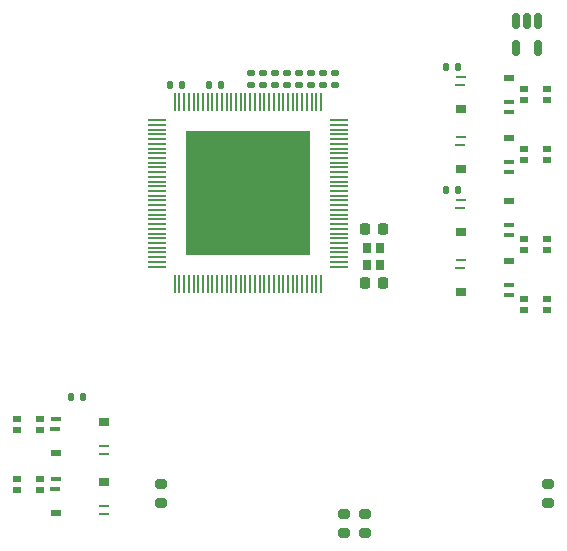
<source format=gbp>
%TF.GenerationSoftware,KiCad,Pcbnew,7.0.1-0*%
%TF.CreationDate,2023-07-15T12:58:35-05:00*%
%TF.ProjectId,little_switch,6c697474-6c65-45f7-9377-697463682e6b,2*%
%TF.SameCoordinates,PX4221330PY3d0af40*%
%TF.FileFunction,Paste,Bot*%
%TF.FilePolarity,Positive*%
%FSLAX46Y46*%
G04 Gerber Fmt 4.6, Leading zero omitted, Abs format (unit mm)*
G04 Created by KiCad (PCBNEW 7.0.1-0) date 2023-07-15 12:58:35*
%MOMM*%
%LPD*%
G01*
G04 APERTURE LIST*
G04 Aperture macros list*
%AMRoundRect*
0 Rectangle with rounded corners*
0 $1 Rounding radius*
0 $2 $3 $4 $5 $6 $7 $8 $9 X,Y pos of 4 corners*
0 Add a 4 corners polygon primitive as box body*
4,1,4,$2,$3,$4,$5,$6,$7,$8,$9,$2,$3,0*
0 Add four circle primitives for the rounded corners*
1,1,$1+$1,$2,$3*
1,1,$1+$1,$4,$5*
1,1,$1+$1,$6,$7*
1,1,$1+$1,$8,$9*
0 Add four rect primitives between the rounded corners*
20,1,$1+$1,$2,$3,$4,$5,0*
20,1,$1+$1,$4,$5,$6,$7,0*
20,1,$1+$1,$6,$7,$8,$9,0*
20,1,$1+$1,$8,$9,$2,$3,0*%
G04 Aperture macros list end*
%ADD10R,0.675000X0.475000*%
%ADD11R,0.960000X0.270000*%
%ADD12R,0.850000X0.280000*%
%ADD13R,0.900000X0.385000*%
%ADD14R,0.950000X0.500000*%
%ADD15R,0.850000X0.340000*%
%ADD16R,0.970000X0.330000*%
%ADD17RoundRect,0.140000X0.140000X0.170000X-0.140000X0.170000X-0.140000X-0.170000X0.140000X-0.170000X0*%
%ADD18RoundRect,0.135000X-0.185000X0.135000X-0.185000X-0.135000X0.185000X-0.135000X0.185000X0.135000X0*%
%ADD19RoundRect,0.135000X-0.135000X-0.185000X0.135000X-0.185000X0.135000X0.185000X-0.135000X0.185000X0*%
%ADD20RoundRect,0.200000X0.275000X-0.200000X0.275000X0.200000X-0.275000X0.200000X-0.275000X-0.200000X0*%
%ADD21R,0.200000X1.540000*%
%ADD22R,1.540000X0.200000*%
%ADD23R,10.500000X10.500000*%
%ADD24RoundRect,0.140000X-0.140000X-0.170000X0.140000X-0.170000X0.140000X0.170000X-0.140000X0.170000X0*%
%ADD25RoundRect,0.225000X0.225000X0.250000X-0.225000X0.250000X-0.225000X-0.250000X0.225000X-0.250000X0*%
%ADD26R,0.800000X0.900000*%
%ADD27RoundRect,0.225000X-0.225000X-0.250000X0.225000X-0.250000X0.225000X0.250000X-0.225000X0.250000X0*%
%ADD28RoundRect,0.150000X-0.150000X0.512500X-0.150000X-0.512500X0.150000X-0.512500X0.150000X0.512500X0*%
G04 APERTURE END LIST*
D10*
%TO.C,FL1*%
X8582500Y-42717500D03*
X6657500Y-42717500D03*
X6657500Y-43642500D03*
X8582500Y-43642500D03*
%TD*%
D11*
%TO.C,TR5*%
X44208000Y-19094000D03*
D12*
X44153000Y-19739000D03*
D13*
X44178000Y-21611500D03*
X44178000Y-21996500D03*
D14*
X48253000Y-19209000D03*
D15*
X48303000Y-21239000D03*
D16*
X48243000Y-22024000D03*
%TD*%
D17*
%TO.C,C7*%
X12164000Y-35814000D03*
X11204000Y-35814000D03*
%TD*%
D18*
%TO.C,R18*%
X29464000Y-8380000D03*
X29464000Y-9400000D03*
%TD*%
%TO.C,R19*%
X30480000Y-8380000D03*
X30480000Y-9400000D03*
%TD*%
D17*
%TO.C,C47*%
X23848000Y-9398000D03*
X22888000Y-9398000D03*
%TD*%
D10*
%TO.C,FL4*%
X49583500Y-15702500D03*
X51508500Y-15702500D03*
X51508500Y-14777500D03*
X49583500Y-14777500D03*
%TD*%
D11*
%TO.C,TR3*%
X44208000Y-8680000D03*
D12*
X44153000Y-9325000D03*
D13*
X44178000Y-11197500D03*
X44178000Y-11582500D03*
D14*
X48253000Y-8795000D03*
D15*
X48303000Y-10825000D03*
D16*
X48243000Y-11610000D03*
%TD*%
D19*
%TO.C,R23*%
X19556000Y-9398000D03*
X20576000Y-9398000D03*
%TD*%
D20*
%TO.C,R8*%
X34290000Y-47307000D03*
X34290000Y-45657000D03*
%TD*%
D21*
%TO.C,U1*%
X32362000Y-26242000D03*
X31962000Y-26242000D03*
X31562000Y-26242000D03*
X31162000Y-26242000D03*
X30762000Y-26242000D03*
X30362000Y-26242000D03*
X29962000Y-26242000D03*
X29562000Y-26242000D03*
X29162000Y-26242000D03*
X28762000Y-26242000D03*
X28362000Y-26242000D03*
X27962000Y-26242000D03*
X27562000Y-26242000D03*
X27162000Y-26242000D03*
X26762000Y-26242000D03*
X26362000Y-26242000D03*
X25962000Y-26242000D03*
X25562000Y-26242000D03*
X25162000Y-26242000D03*
X24762000Y-26242000D03*
X24362000Y-26242000D03*
X23962000Y-26242000D03*
X23562000Y-26242000D03*
X23162000Y-26242000D03*
X22762000Y-26242000D03*
X22362000Y-26242000D03*
X21962000Y-26242000D03*
X21562000Y-26242000D03*
X21162000Y-26242000D03*
X20762000Y-26242000D03*
X20362000Y-26242000D03*
X19962000Y-26242000D03*
D22*
X18462000Y-24742000D03*
X18462000Y-24342000D03*
X18462000Y-23942000D03*
X18462000Y-23542000D03*
X18462000Y-23142000D03*
X18462000Y-22742000D03*
X18462000Y-22342000D03*
X18462000Y-21942000D03*
X18462000Y-21542000D03*
X18462000Y-21142000D03*
X18462000Y-20742000D03*
X18462000Y-20342000D03*
X18462000Y-19942000D03*
X18462000Y-19542000D03*
X18462000Y-19142000D03*
X18462000Y-18742000D03*
X18462000Y-18342000D03*
X18462000Y-17942000D03*
X18462000Y-17542000D03*
X18462000Y-17142000D03*
X18462000Y-16742000D03*
X18462000Y-16342000D03*
X18462000Y-15942000D03*
X18462000Y-15542000D03*
X18462000Y-15142000D03*
X18462000Y-14742000D03*
X18462000Y-14342000D03*
X18462000Y-13942000D03*
X18462000Y-13542000D03*
X18462000Y-13142000D03*
X18462000Y-12742000D03*
X18462000Y-12342000D03*
D21*
X19962000Y-10842000D03*
X20362000Y-10842000D03*
X20762000Y-10842000D03*
X21162000Y-10842000D03*
X21562000Y-10842000D03*
X21962000Y-10842000D03*
X22362000Y-10842000D03*
X22762000Y-10842000D03*
X23162000Y-10842000D03*
X23562000Y-10842000D03*
X23962000Y-10842000D03*
X24362000Y-10842000D03*
X24762000Y-10842000D03*
X25162000Y-10842000D03*
X25562000Y-10842000D03*
X25962000Y-10842000D03*
X26362000Y-10842000D03*
X26762000Y-10842000D03*
X27162000Y-10842000D03*
X27562000Y-10842000D03*
X27962000Y-10842000D03*
X28362000Y-10842000D03*
X28762000Y-10842000D03*
X29162000Y-10842000D03*
X29562000Y-10842000D03*
X29962000Y-10842000D03*
X30362000Y-10842000D03*
X30762000Y-10842000D03*
X31162000Y-10842000D03*
X31562000Y-10842000D03*
X31962000Y-10842000D03*
X32362000Y-10842000D03*
D22*
X33862000Y-12342000D03*
X33862000Y-12742000D03*
X33862000Y-13142000D03*
X33862000Y-13542000D03*
X33862000Y-13942000D03*
X33862000Y-14342000D03*
X33862000Y-14742000D03*
X33862000Y-15142000D03*
X33862000Y-15542000D03*
X33862000Y-15942000D03*
X33862000Y-16342000D03*
X33862000Y-16742000D03*
X33862000Y-17142000D03*
X33862000Y-17542000D03*
X33862000Y-17942000D03*
X33862000Y-18342000D03*
X33862000Y-18742000D03*
X33862000Y-19142000D03*
X33862000Y-19542000D03*
X33862000Y-19942000D03*
X33862000Y-20342000D03*
X33862000Y-20742000D03*
X33862000Y-21142000D03*
X33862000Y-21542000D03*
X33862000Y-21942000D03*
X33862000Y-22342000D03*
X33862000Y-22742000D03*
X33862000Y-23142000D03*
X33862000Y-23542000D03*
X33862000Y-23942000D03*
X33862000Y-24342000D03*
X33862000Y-24742000D03*
D23*
X26162000Y-18542000D03*
%TD*%
D20*
%TO.C,R7*%
X18796000Y-44767000D03*
X18796000Y-43117000D03*
%TD*%
D18*
%TO.C,R17*%
X28448000Y-8380000D03*
X28448000Y-9400000D03*
%TD*%
D24*
%TO.C,C9*%
X42954000Y-18288000D03*
X43914000Y-18288000D03*
%TD*%
D10*
%TO.C,FL2*%
X8582500Y-37637500D03*
X6657500Y-37637500D03*
X6657500Y-38562500D03*
X8582500Y-38562500D03*
%TD*%
D25*
%TO.C,C48*%
X37605000Y-26162000D03*
X36055000Y-26162000D03*
%TD*%
D26*
%TO.C,Y1*%
X36280000Y-24576000D03*
X36280000Y-23176000D03*
X37380000Y-23176000D03*
X37380000Y-24576000D03*
%TD*%
D10*
%TO.C,FL5*%
X49583500Y-23322500D03*
X51508500Y-23322500D03*
X51508500Y-22397500D03*
X49583500Y-22397500D03*
%TD*%
D18*
%TO.C,R16*%
X27432000Y-8380000D03*
X27432000Y-9400000D03*
%TD*%
D11*
%TO.C,TR6*%
X44208000Y-24174000D03*
D12*
X44153000Y-24819000D03*
D13*
X44178000Y-26691500D03*
X44178000Y-27076500D03*
D14*
X48253000Y-24289000D03*
D15*
X48303000Y-26319000D03*
D16*
X48243000Y-27104000D03*
%TD*%
D18*
%TO.C,R20*%
X31496000Y-8380000D03*
X31496000Y-9400000D03*
%TD*%
D11*
%TO.C,TR1*%
X13958000Y-45676000D03*
D12*
X14013000Y-45031000D03*
D13*
X13988000Y-43158500D03*
X13988000Y-42773500D03*
D14*
X9913000Y-45561000D03*
D15*
X9863000Y-43531000D03*
D16*
X9923000Y-42746000D03*
%TD*%
D18*
%TO.C,R15*%
X26416000Y-8380000D03*
X26416000Y-9400000D03*
%TD*%
D24*
%TO.C,C8*%
X42954000Y-7874000D03*
X43914000Y-7874000D03*
%TD*%
D18*
%TO.C,R21*%
X32512000Y-8380000D03*
X32512000Y-9400000D03*
%TD*%
D10*
%TO.C,FL3*%
X49583500Y-10622500D03*
X51508500Y-10622500D03*
X51508500Y-9697500D03*
X49583500Y-9697500D03*
%TD*%
D20*
%TO.C,R6*%
X51562000Y-44767000D03*
X51562000Y-43117000D03*
%TD*%
D18*
%TO.C,R22*%
X33528000Y-8380000D03*
X33528000Y-9400000D03*
%TD*%
D27*
%TO.C,C51*%
X36055000Y-21590000D03*
X37605000Y-21590000D03*
%TD*%
D10*
%TO.C,FL6*%
X49583500Y-28402500D03*
X51508500Y-28402500D03*
X51508500Y-27477500D03*
X49583500Y-27477500D03*
%TD*%
D11*
%TO.C,TR4*%
X44208000Y-13760000D03*
D12*
X44153000Y-14405000D03*
D13*
X44178000Y-16277500D03*
X44178000Y-16662500D03*
D14*
X48253000Y-13875000D03*
D15*
X48303000Y-15905000D03*
D16*
X48243000Y-16690000D03*
%TD*%
D11*
%TO.C,TR2*%
X13958000Y-40596000D03*
D12*
X14013000Y-39951000D03*
D13*
X13988000Y-38078500D03*
X13988000Y-37693500D03*
D14*
X9913000Y-40481000D03*
D15*
X9863000Y-38451000D03*
D16*
X9923000Y-37666000D03*
%TD*%
D28*
%TO.C,U2*%
X48834000Y-3942500D03*
X49784000Y-3942500D03*
X50734000Y-3942500D03*
X50734000Y-6217500D03*
X48834000Y-6217500D03*
%TD*%
D20*
%TO.C,R5*%
X36068000Y-47307000D03*
X36068000Y-45657000D03*
%TD*%
M02*

</source>
